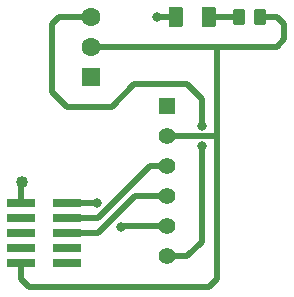
<source format=gbr>
%TF.GenerationSoftware,KiCad,Pcbnew,7.0.10-7.0.10~ubuntu22.04.1*%
%TF.CreationDate,2024-01-21T09:33:42-08:00*%
%TF.ProjectId,MAG_encoder_adapter,4d41475f-656e-4636-9f64-65725f616461,rev?*%
%TF.SameCoordinates,Original*%
%TF.FileFunction,Copper,L1,Top*%
%TF.FilePolarity,Positive*%
%FSLAX46Y46*%
G04 Gerber Fmt 4.6, Leading zero omitted, Abs format (unit mm)*
G04 Created by KiCad (PCBNEW 7.0.10-7.0.10~ubuntu22.04.1) date 2024-01-21 09:33:42*
%MOMM*%
%LPD*%
G01*
G04 APERTURE LIST*
G04 Aperture macros list*
%AMRoundRect*
0 Rectangle with rounded corners*
0 $1 Rounding radius*
0 $2 $3 $4 $5 $6 $7 $8 $9 X,Y pos of 4 corners*
0 Add a 4 corners polygon primitive as box body*
4,1,4,$2,$3,$4,$5,$6,$7,$8,$9,$2,$3,0*
0 Add four circle primitives for the rounded corners*
1,1,$1+$1,$2,$3*
1,1,$1+$1,$4,$5*
1,1,$1+$1,$6,$7*
1,1,$1+$1,$8,$9*
0 Add four rect primitives between the rounded corners*
20,1,$1+$1,$2,$3,$4,$5,0*
20,1,$1+$1,$4,$5,$6,$7,0*
20,1,$1+$1,$6,$7,$8,$9,0*
20,1,$1+$1,$8,$9,$2,$3,0*%
G04 Aperture macros list end*
%TA.AperFunction,SMDPad,CuDef*%
%ADD10RoundRect,0.250000X-0.262500X-0.450000X0.262500X-0.450000X0.262500X0.450000X-0.262500X0.450000X0*%
%TD*%
%TA.AperFunction,SMDPad,CuDef*%
%ADD11RoundRect,0.250000X-0.375000X-0.625000X0.375000X-0.625000X0.375000X0.625000X-0.375000X0.625000X0*%
%TD*%
%TA.AperFunction,SMDPad,CuDef*%
%ADD12R,2.387600X0.762000*%
%TD*%
%TA.AperFunction,ComponentPad*%
%ADD13R,1.600200X1.600200*%
%TD*%
%TA.AperFunction,ComponentPad*%
%ADD14C,1.600200*%
%TD*%
%TA.AperFunction,ComponentPad*%
%ADD15R,1.397000X1.397000*%
%TD*%
%TA.AperFunction,ComponentPad*%
%ADD16C,1.397000*%
%TD*%
%TA.AperFunction,ViaPad*%
%ADD17C,0.800000*%
%TD*%
%TA.AperFunction,ViaPad*%
%ADD18C,1.016000*%
%TD*%
%TA.AperFunction,Conductor*%
%ADD19C,0.508000*%
%TD*%
G04 APERTURE END LIST*
D10*
%TO.P,R1,1*%
%TO.N,Net-(D1-Pad2)*%
X179655000Y-104140000D03*
%TO.P,R1,2*%
%TO.N,+5V*%
X181480000Y-104140000D03*
%TD*%
D11*
%TO.P,D1,1,K*%
%TO.N,GND*%
X174365000Y-104140000D03*
%TO.P,D1,2,A*%
%TO.N,Net-(D1-Pad2)*%
X177165000Y-104140000D03*
%TD*%
D12*
%TO.P,J1,1,Pin_1*%
%TO.N,unconnected-(J1-Pad1)*%
X165124402Y-124968000D03*
%TO.P,J1,2,Pin_2*%
%TO.N,+5V*%
X161224400Y-124968000D03*
%TO.P,J1,3,Pin_3*%
%TO.N,unconnected-(J1-Pad3)*%
X165124402Y-123698000D03*
%TO.P,J1,4,Pin_4*%
%TO.N,unconnected-(J1-Pad4)*%
X161224400Y-123698000D03*
%TO.P,J1,5,Pin_5*%
%TO.N,/B*%
X165124402Y-122428000D03*
%TO.P,J1,6,Pin_6*%
%TO.N,unconnected-(J1-Pad6)*%
X161224400Y-122428000D03*
%TO.P,J1,7,Pin_7*%
%TO.N,/A*%
X165124402Y-121158000D03*
%TO.P,J1,8,Pin_8*%
%TO.N,unconnected-(J1-Pad8)*%
X161224400Y-121158000D03*
%TO.P,J1,9,Pin_9*%
%TO.N,/PWM*%
X165124402Y-119888000D03*
%TO.P,J1,10,Pin_10*%
%TO.N,GND*%
X161224400Y-119888000D03*
%TD*%
D13*
%TO.P,J2,1,Pin_1*%
%TO.N,GND*%
X167156451Y-109220000D03*
D14*
%TO.P,J2,2,Pin_2*%
%TO.N,+5V*%
X167156451Y-106680000D03*
%TO.P,J2,3,Pin_3*%
%TO.N,/AIN*%
X167156451Y-104140000D03*
%TD*%
D15*
%TO.P,J3,1,Pin_1*%
%TO.N,GND*%
X173558200Y-111709200D03*
D16*
%TO.P,J3,2,Pin_2*%
%TO.N,+5V*%
X173558200Y-114249200D03*
%TO.P,J3,3,Pin_3*%
%TO.N,/A*%
X173558200Y-116789200D03*
%TO.P,J3,4,Pin_4*%
%TO.N,/B*%
X173558200Y-119329200D03*
%TO.P,J3,5,Pin_5*%
%TO.N,/PWM*%
X173558200Y-121869200D03*
%TO.P,J3,6,Pin_6*%
%TO.N,/AIN*%
X173558200Y-124409200D03*
%TD*%
D17*
%TO.N,GND*%
X172720000Y-104140000D03*
D18*
X161290000Y-118110000D03*
D17*
%TO.N,/PWM*%
X167640000Y-119888000D03*
X169672000Y-121920000D03*
%TO.N,/AIN*%
X176530000Y-113395700D03*
X176530000Y-115102700D03*
%TD*%
D19*
%TO.N,GND*%
X161224400Y-118175600D02*
X161290000Y-118110000D01*
X174365000Y-104140000D02*
X172720000Y-104140000D01*
X161224400Y-119888000D02*
X161224400Y-118175600D01*
%TO.N,Net-(D1-Pad2)*%
X177165000Y-104140000D02*
X179655000Y-104140000D01*
%TO.N,+5V*%
X177800000Y-114300000D02*
X177800000Y-126365000D01*
X181480000Y-104140000D02*
X182880000Y-104140000D01*
X177800000Y-126365000D02*
X177165000Y-127000000D01*
X177800000Y-106680000D02*
X167156451Y-106680000D01*
X161925000Y-127000000D02*
X161224400Y-126299400D01*
X183515000Y-104775000D02*
X183515000Y-106045000D01*
X183515000Y-106045000D02*
X182880000Y-106680000D01*
X177749200Y-114249200D02*
X177800000Y-114300000D01*
X182880000Y-104140000D02*
X183515000Y-104775000D01*
X182880000Y-106680000D02*
X177800000Y-106680000D01*
X177800000Y-114300000D02*
X177800000Y-106680000D01*
X161224400Y-126299400D02*
X161224400Y-124968000D01*
X177165000Y-127000000D02*
X161925000Y-127000000D01*
X173558200Y-114249200D02*
X177749200Y-114249200D01*
%TO.N,/B*%
X173558200Y-119329200D02*
X170865800Y-119329200D01*
X170865800Y-119329200D02*
X167767000Y-122428000D01*
X167767000Y-122428000D02*
X165124402Y-122428000D01*
%TO.N,/A*%
X172135800Y-116789200D02*
X167767000Y-121158000D01*
X173558200Y-116789200D02*
X172135800Y-116789200D01*
X167767000Y-121158000D02*
X165124402Y-121158000D01*
%TO.N,/PWM*%
X167640000Y-119888000D02*
X165124402Y-119888000D01*
X169722800Y-121869200D02*
X173558200Y-121869200D01*
X169672000Y-121920000D02*
X169722800Y-121869200D01*
%TO.N,/AIN*%
X175310800Y-124409200D02*
X173558200Y-124409200D01*
X163830000Y-110490000D02*
X163830000Y-104775000D01*
X175260000Y-109855000D02*
X170815000Y-109855000D01*
X170815000Y-109855000D02*
X168910000Y-111760000D01*
X164465000Y-104140000D02*
X167156451Y-104140000D01*
X163830000Y-104775000D02*
X164465000Y-104140000D01*
X176530000Y-123190000D02*
X175310800Y-124409200D01*
X176530000Y-115102700D02*
X176530000Y-123190000D01*
X176530000Y-111125000D02*
X175260000Y-109855000D01*
X168910000Y-111760000D02*
X165100000Y-111760000D01*
X176530000Y-113395700D02*
X176530000Y-111125000D01*
X165100000Y-111760000D02*
X163830000Y-110490000D01*
%TD*%
M02*

</source>
